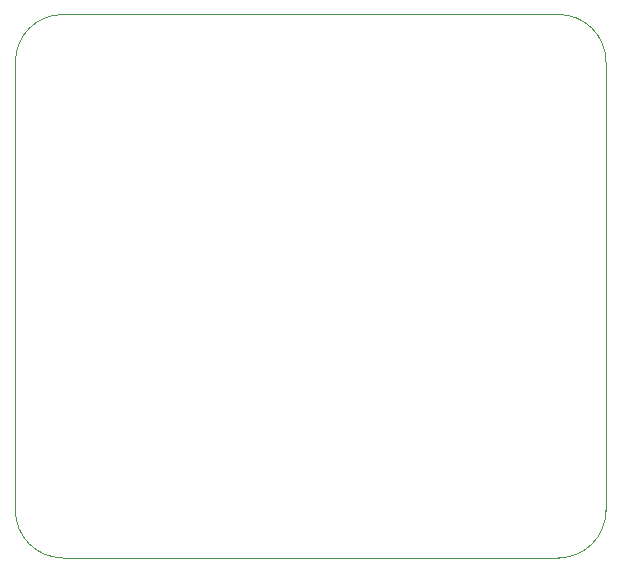
<source format=gm1>
%TF.GenerationSoftware,KiCad,Pcbnew,7.0.9*%
%TF.CreationDate,2024-01-13T21:21:30+01:00*%
%TF.ProjectId,line_injector,6c696e65-5f69-46e6-9a65-63746f722e6b,rev?*%
%TF.SameCoordinates,Original*%
%TF.FileFunction,Profile,NP*%
%FSLAX46Y46*%
G04 Gerber Fmt 4.6, Leading zero omitted, Abs format (unit mm)*
G04 Created by KiCad (PCBNEW 7.0.9) date 2024-01-13 21:21:30*
%MOMM*%
%LPD*%
G01*
G04 APERTURE LIST*
%TA.AperFunction,Profile*%
%ADD10C,0.100000*%
%TD*%
G04 APERTURE END LIST*
D10*
X100000000Y-142000000D02*
X100000000Y-104000000D01*
X146000000Y-146000000D02*
X104000000Y-146000000D01*
X150000000Y-104000000D02*
X150000000Y-142000000D01*
X104000000Y-100000000D02*
X146000000Y-100000000D01*
X100000000Y-142000000D02*
G75*
G03*
X104000000Y-146000000I4000000J0D01*
G01*
X146000000Y-146000000D02*
G75*
G03*
X150000000Y-142000000I0J4000000D01*
G01*
X150000000Y-104000000D02*
G75*
G03*
X146000000Y-100000000I-4000000J0D01*
G01*
X104000000Y-100000000D02*
G75*
G03*
X100000000Y-104000000I0J-4000000D01*
G01*
M02*

</source>
